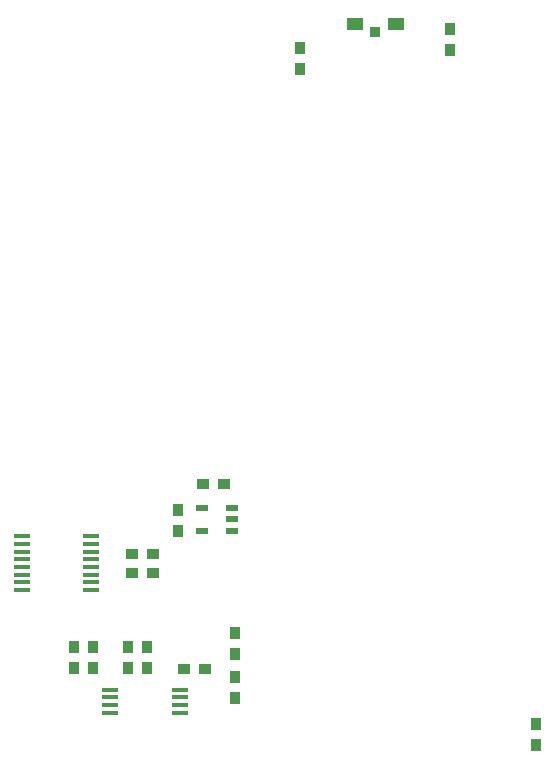
<source format=gbr>
G04 DesignSpark PCB PRO Gerber Version 10.0 Build 5299*
G04 #@! TF.Part,Single*
G04 #@! TF.FileFunction,Paste,Top*
G04 #@! TF.FilePolarity,Positive*
%FSLAX36Y36*%
%MOIN*%
G04 #@! TA.AperFunction,SMDPad,CuDef*
%ADD97R,0.03543X0.03898*%
%ADD111R,0.03189X0.03189*%
%ADD112R,0.05630X0.01594*%
%ADD113R,0.04488X0.02126*%
%ADD98R,0.03898X0.03543*%
%ADD110R,0.05472X0.03898*%
G04 #@! TD.AperFunction*
X0Y0D02*
D02*
D97*
X417323Y457126D03*
Y527126D03*
X480315Y457126D03*
Y527126D03*
X598425Y457126D03*
Y527126D03*
X661417Y457126D03*
Y527126D03*
X763780Y913819D03*
Y983819D03*
X952756Y358701D03*
Y428701D03*
Y504370D03*
Y574370D03*
X1169291Y2453189D03*
Y2523189D03*
X1669291Y2516181D03*
Y2586181D03*
X1956693Y201220D03*
Y271220D03*
D02*
D98*
X610669Y775591D03*
Y838583D03*
X680669Y775591D03*
Y838583D03*
X783898Y452756D03*
X846890Y1070866D03*
X853898Y452756D03*
X916890Y1070866D03*
D02*
D110*
X1352362Y2604331D03*
X1490157D03*
D02*
D111*
X1421260Y2578740D03*
D02*
D112*
X242598Y717520D03*
Y743110D03*
Y768701D03*
Y794291D03*
Y819882D03*
Y845472D03*
Y871063D03*
Y896654D03*
X473937Y717520D03*
Y743110D03*
Y768701D03*
Y794291D03*
Y819882D03*
Y845472D03*
Y871063D03*
Y896654D03*
X537874Y308071D03*
Y333661D03*
Y359252D03*
Y384843D03*
X769213Y308071D03*
Y333661D03*
Y359252D03*
Y384843D03*
D02*
D113*
X844488Y915354D03*
Y990157D03*
X942913Y915354D03*
Y952756D03*
Y990157D03*
X0Y0D02*
M02*

</source>
